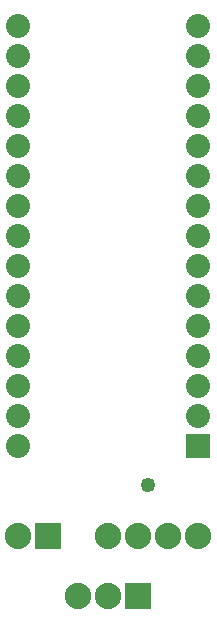
<source format=gbs>
G04 MADE WITH FRITZING*
G04 WWW.FRITZING.ORG*
G04 DOUBLE SIDED*
G04 HOLES PLATED*
G04 CONTOUR ON CENTER OF CONTOUR VECTOR*
%ASAXBY*%
%FSLAX23Y23*%
%MOIN*%
%OFA0B0*%
%SFA1.0B1.0*%
%ADD10C,0.080000*%
%ADD11C,0.088000*%
%ADD12C,0.049370*%
%ADD13R,0.079972X0.080000*%
%ADD14R,0.088000X0.088000*%
%LNMASK0*%
G90*
G70*
G54D10*
X685Y576D03*
X685Y676D03*
X685Y776D03*
X685Y876D03*
X685Y976D03*
X685Y1076D03*
X685Y1176D03*
X685Y1276D03*
X685Y1376D03*
X685Y1476D03*
X685Y1576D03*
X685Y1676D03*
X685Y1776D03*
X685Y1876D03*
X685Y1976D03*
X85Y576D03*
X85Y676D03*
X85Y776D03*
X85Y876D03*
X85Y976D03*
X85Y1076D03*
X85Y1176D03*
X85Y1276D03*
X85Y1376D03*
X85Y1476D03*
X85Y1576D03*
X85Y1676D03*
X85Y1776D03*
X85Y1876D03*
X85Y1976D03*
G54D11*
X185Y277D03*
X85Y277D03*
X485Y77D03*
X385Y77D03*
X285Y77D03*
X685Y277D03*
X585Y277D03*
X485Y277D03*
X385Y277D03*
G54D12*
X516Y447D03*
G54D13*
X685Y576D03*
G54D14*
X185Y277D03*
X485Y77D03*
G04 End of Mask0*
M02*
</source>
